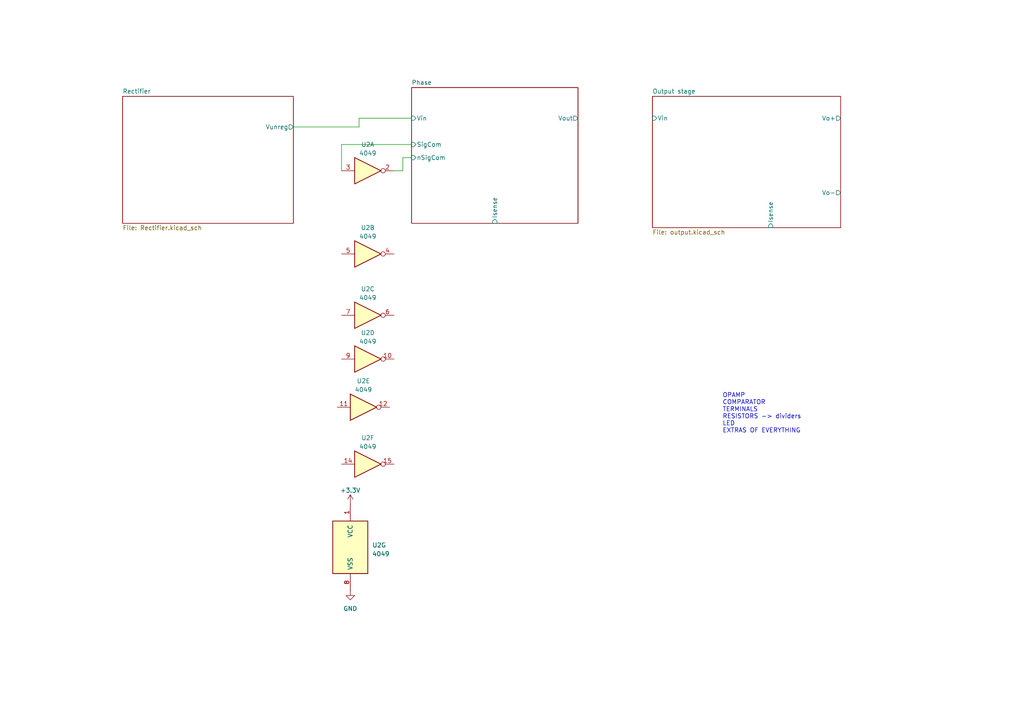
<source format=kicad_sch>
(kicad_sch (version 20230121) (generator eeschema)
  (paper "A4")
  (lib_symbols
    (symbol "4xxx:4049" (pin_names (offset 1.016))
      (property "Reference" "U" (at 0 1.27 0))
      (property "Value" "4049" (at 0 -1.27 0))
      (symbol "4049_1_0"
        (polyline (pts (xy -3.81 3.81) (xy -3.81 -3.81) (xy 3.81 0) (xy -3.81 3.81)) (stroke (width 0.254)) (fill (type background)))
        (pin output inverted (at 7.62 0 180) (length 3.81) (name "~") (number "2"))
        (pin input line (at -7.62 0 0) (length 3.81) (name "~") (number "3"))
      )
      (symbol "4049_2_0"
        (polyline (pts (xy -3.81 3.81) (xy -3.81 -3.81) (xy 3.81 0) (xy -3.81 3.81)) (stroke (width 0.254)) (fill (type background)))
        (pin output inverted (at 7.62 0 180) (length 3.81) (name "~") (number "4"))
        (pin input line (at -7.62 0 0) (length 3.81) (name "~") (number "5"))
      )
      (symbol "4049_3_0"
        (polyline (pts (xy -3.81 3.81) (xy -3.81 -3.81) (xy 3.81 0) (xy -3.81 3.81)) (stroke (width 0.254)) (fill (type background)))
        (pin output inverted (at 7.62 0 180) (length 3.81) (name "~") (number "6"))
        (pin input line (at -7.62 0 0) (length 3.81) (name "~") (number "7"))
      )
      (symbol "4049_4_0"
        (polyline (pts (xy -3.81 3.81) (xy -3.81 -3.81) (xy 3.81 0) (xy -3.81 3.81)) (stroke (width 0.254)) (fill (type background)))
        (pin output inverted (at 7.62 0 180) (length 3.81) (name "~") (number "10"))
        (pin input line (at -7.62 0 0) (length 3.81) (name "~") (number "9"))
      )
      (symbol "4049_5_0"
        (polyline (pts (xy -3.81 3.81) (xy -3.81 -3.81) (xy 3.81 0) (xy -3.81 3.81)) (stroke (width 0.254)) (fill (type background)))
        (pin input line (at -7.62 0 0) (length 3.81) (name "~") (number "11"))
        (pin output inverted (at 7.62 0 180) (length 3.81) (name "~") (number "12"))
      )
      (symbol "4049_6_0"
        (polyline (pts (xy -3.81 3.81) (xy -3.81 -3.81) (xy 3.81 0) (xy -3.81 3.81)) (stroke (width 0.254)) (fill (type background)))
        (pin input line (at -7.62 0 0) (length 3.81) (name "~") (number "14"))
        (pin output inverted (at 7.62 0 180) (length 3.81) (name "~") (number "15"))
      )
      (symbol "4049_7_0"
        (pin power_in line (at 0 12.7 270) (length 5.08) (name "VCC") (number "1"))
        (pin power_in line (at 0 -12.7 90) (length 5.08) (name "VSS") (number "8"))
      )
      (symbol "4049_7_1"
        (rectangle (start -5.08 7.62) (end 5.08 -7.62) (stroke (width 0.254)) (fill (type background)))
      )
    )
    (symbol "power:+3.3V" (power) (pin_names (offset 0))
      (property "Value" "+3.3V" (at 0 3.556 0))
      (symbol "+3.3V_0_1"
        (polyline (pts (xy -0.762 1.27) (xy 0 2.54)))
        (polyline (pts (xy 0 0) (xy 0 2.54)))
        (polyline (pts (xy 0 2.54) (xy 0.762 1.27)))
      )
      (symbol "+3.3V_1_1"
        (pin power_in line (at 0 0 90) (length 0) hide (name "+3.3V") (number "1"))
      )
    )
    (symbol "power:GND" (power) (pin_names (offset 0))
      (property "Value" "GND" (at 0 -3.81 0))
      (symbol "GND_0_1"
        (polyline (pts (xy 0 0) (xy 0 -1.27) (xy 1.27 -1.27) (xy 0 -2.54) (xy -1.27 -1.27) (xy 0 -1.27)))
      )
      (symbol "GND_1_1"
        (pin power_in line (at 0 0 270) (length 0) hide (name "GND") (number "1"))
      )
    )
  )
  (wire (pts (xy 114.3 49.53) (xy 116.84 49.53)))
  (wire (pts (xy 99.06 41.91) (xy 119.38 41.91)))
  (wire (pts (xy 116.84 45.72) (xy 119.38 45.72)))
  (wire (pts (xy 104.14 34.29) (xy 119.38 34.29)))
  (wire (pts (xy 116.84 49.53) (xy 116.84 45.72)))
  (wire (pts (xy 104.14 36.83) (xy 104.14 34.29)))
  (wire (pts (xy 85.09 36.83) (xy 104.14 36.83)))
  (wire (pts (xy 99.06 49.53) (xy 99.06 41.91)))
  (text "OPAMP\nCOMPARATOR\nTERMINALS\nRESISTORS -> dividers\nLED\nEXTRAS OF EVERYTHING" (at 209.55 125.73 0) (effects (font (size 1.27 1.27)) (justify left bottom)))
  (symbol (lib_id "4xxx:4049") (at 106.68 91.44 0) (unit 3)
    (property "Reference" "U2" (at 106.68 83.82 0))
    (property "Value" "4049" (at 106.68 86.36 0))
    (property "Datasheet" "http://www.intersil.com/content/dam/intersil/documents/cd40/cd4049ubms.pdf" (effects hide))
  )
  (symbol (lib_id "4xxx:4049") (at 106.68 104.14 0) (unit 4)
    (property "Reference" "U2" (at 106.68 96.52 0))
    (property "Value" "4049" (at 106.68 99.06 0))
    (property "Datasheet" "http://www.intersil.com/content/dam/intersil/documents/cd40/cd4049ubms.pdf" (effects hide))
  )
  (symbol (lib_id "4xxx:4049") (at 106.68 73.66 0) (unit 2)
    (property "Reference" "U2" (at 106.68 66.04 0))
    (property "Value" "4049" (at 106.68 68.58 0))
    (property "Datasheet" "http://www.intersil.com/content/dam/intersil/documents/cd40/cd4049ubms.pdf" (effects hide))
  )
  (symbol (lib_id "4xxx:4049") (at 106.68 49.53 0) (unit 1)
    (property "Reference" "U2" (at 106.68 41.91 0))
    (property "Value" "4049" (at 106.68 44.45 0))
    (property "Datasheet" "http://www.intersil.com/content/dam/intersil/documents/cd40/cd4049ubms.pdf" (effects hide))
  )
  (symbol (lib_id "4xxx:4049") (at 105.41 118.11 0) (unit 5)
    (property "Reference" "U2" (at 105.41 110.49 0))
    (property "Value" "4049" (at 105.41 113.03 0))
    (property "Datasheet" "http://www.intersil.com/content/dam/intersil/documents/cd40/cd4049ubms.pdf" (effects hide))
  )
  (symbol (lib_id "4xxx:4049") (at 101.6 158.75 0) (unit 7)
    (property "Reference" "U2" (at 107.95 158.115 0) (effects (justify left)))
    (property "Value" "4049" (at 107.95 160.655 0) (effects (justify left)))
    (property "Datasheet" "http://www.intersil.com/content/dam/intersil/documents/cd40/cd4049ubms.pdf" (effects hide))
  )
  (symbol (lib_id "power:+3.3V") (at 101.6 146.05 0) (unit 1)
    (property "Reference" "#PWR011" (effects hide))
    (property "Value" "+3.3V" (at 101.6 142.24 0))
  )
  (symbol (lib_id "4xxx:4049") (at 106.68 134.62 0) (unit 6)
    (property "Reference" "U2" (at 106.68 127 0))
    (property "Value" "4049" (at 106.68 129.54 0))
    (property "Datasheet" "http://www.intersil.com/content/dam/intersil/documents/cd40/cd4049ubms.pdf" (effects hide))
  )
  (symbol (lib_id "power:GND") (at 101.6 171.45 0) (unit 1)
    (property "Reference" "#PWR012" (effects hide))
    (property "Value" "GND" (at 101.6 176.53 0))
  )
  (sheet (at 189.23 27.94) (size 54.61 38.1) (stroke (width 0.1524))
    (property "Sheetname" "Output stage" (at 189.23 27.2284 0) (effects (justify left bottom)))
    (property "Sheetfile" "output.kicad_sch" (at 189.23 66.6246 0) (effects (justify left top)))
    (pin "Vin" input (at 189.23 34.29 180))
    (pin "Vo+" output (at 243.84 34.29 0))
    (pin "Vo-" output (at 243.84 55.88 0))
    (pin "Isense" input (at 223.52 66.04 270))
  )
  (sheet (at 119.38 25.4) (size 48.26 39.37) (stroke (width 0.1524))
    (property "Sheetname" "Phase" (at 119.38 24.6884 0) (effects (justify left bottom)))
    (property "Sheetfile" "phase.kicad_sch" (effects hide))
    (pin "Vin" input (at 119.38 34.29 180))
    (pin "Vout" output (at 167.64 34.29 0))
    (pin "Isense" input (at 143.51 64.77 270))
    (pin "SigCom" input (at 119.38 41.91 180))
    (pin "nSigCom" input (at 119.38 45.72 180))
  )
  (sheet (at 35.56 27.94) (size 49.53 36.83) (stroke (width 0.1524))
    (property "Sheetname" "Rectifier" (at 35.56 27.2284 0) (effects (justify left bottom)))
    (property "Sheetfile" "Rectifier.kicad_sch" (at 35.56 65.3546 0) (effects (justify left top)))
    (pin "Vunreg" output (at 85.09 36.83 0))
  )
)
</source>
